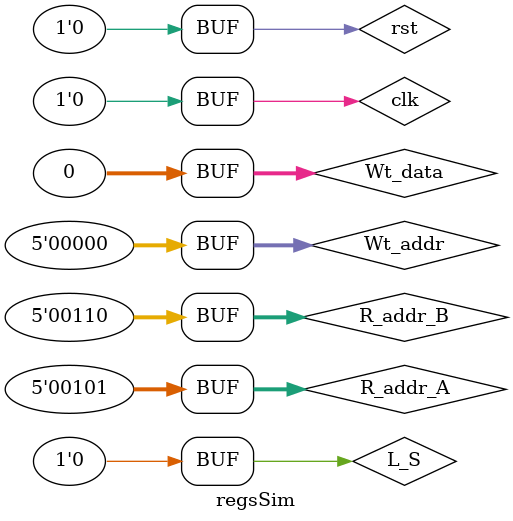
<source format=v>
`timescale 1ns / 1ps


module regsSim;

	// Inputs
	reg clk;
	reg rst;
	reg L_S;
	reg [4:0] R_addr_A;
	reg [4:0] R_addr_B;
	reg [4:0] Wt_addr;
	reg [31:0] Wt_data;

	// Outputs
	wire [31:0] rdata_A;
	wire [31:0] rdata_B;

	// Instantiate the Unit Under Test (UUT)
	Regs uut (
		.clk(clk), 
		.rst(rst), 
		.L_S(L_S), 
		.R_addr_A(R_addr_A), 
		.R_addr_B(R_addr_B), 
		.Wt_addr(Wt_addr), 
		.Wt_data(Wt_data), 
		.rdata_A(rdata_A), 
		.rdata_B(rdata_B)
	);

	initial begin
		clk = 0;
		rst = 0;
		L_S = 0;
		R_addr_A = 0;
		R_addr_B = 0;
		Wt_addr = 0;
		Wt_data = 0;

		// Wait 100 ns for global reset to finish
		#100;
        
		// Add stimulus here
		rst = 1;
		#50;
		rst = 0;
		L_S = 1;
		R_addr_A = 0;
		R_addr_B = 0;
		Wt_addr = 5;
		Wt_data = 32'hA5A5A5A5;
		#20;
		L_S = 1;
		R_addr_A = 0;
		R_addr_B = 0;
		Wt_addr = 6;
		Wt_data = 32'h55AA55AA;
		#20;
		L_S = 1;
		R_addr_A = 0;
		R_addr_B = 0;
		Wt_addr = 0;
		Wt_data = 32'hAAAA5555;
		#20;
		L_S = 0;
		R_addr_A = 5;
		R_addr_B = 6;
		Wt_addr = 0;
		Wt_data = 0;
		#20;
	end
      
endmodule


</source>
